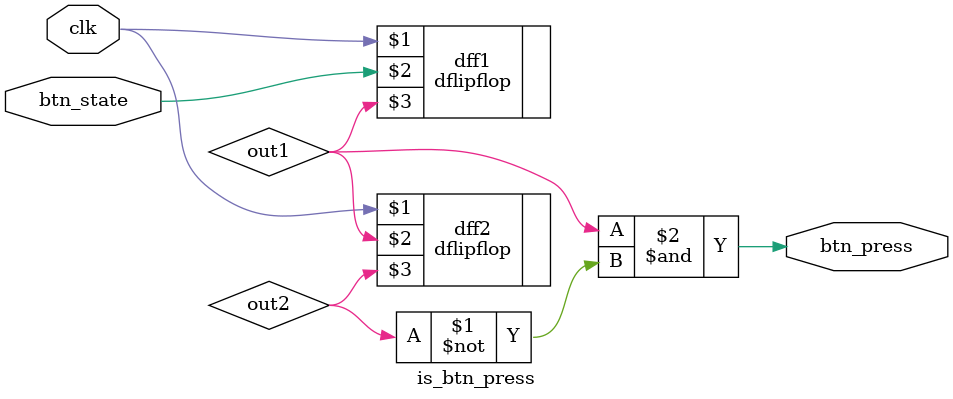
<source format=v>
`timescale 1ns / 1ps


module is_btn_press(
    input clk,
    input btn_state,
    output btn_press
    );
    
    wire out1, out2;
    
    dflipflop dff1(clk, btn_state, out1);
    dflipflop dff2(clk, out1, out2);
    assign btn_press = out1 & ~out2;
endmodule

</source>
